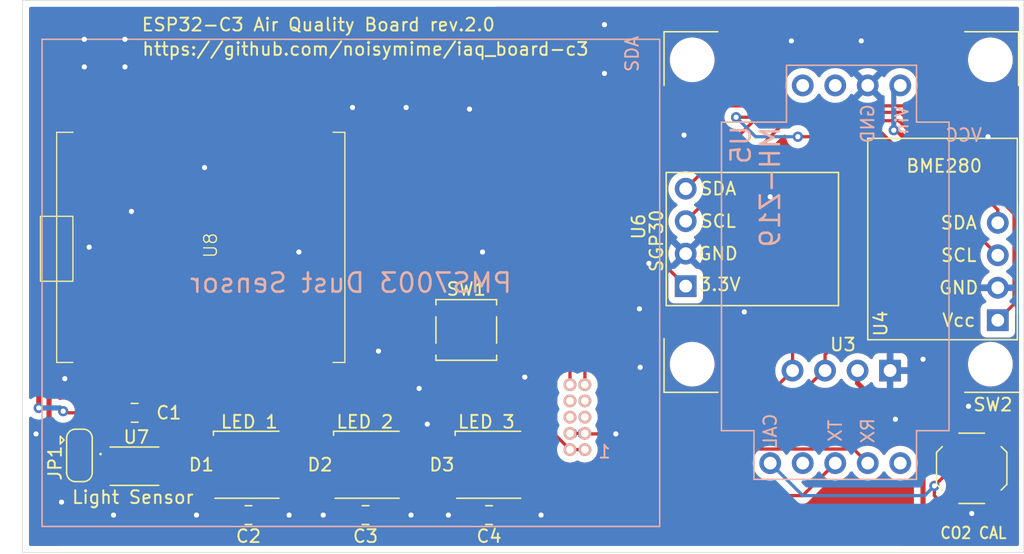
<source format=kicad_pcb>
(kicad_pcb (version 20221018) (generator pcbnew)
  (layers (0 "F.Cu" signal) (31 "B.Cu" signal) (34 "B.Paste" user) (35 "F.Paste" user) (36 "B.SilkS" user "B.Silkscreen") (37 "F.SilkS" user "F.Silkscreen") (38 "B.Mask" user) (39 "F.Mask" user) (44 "Edge.Cuts" user))
  (net 0 "")
  (net 1 "GND")
  (net 2 "Net-(D1-DO)")
  (net 3 "Net-(D2-DO)")
  (net 5 "Net-(JP1-C)")
  (net 6 "D6")
  (net 7 "+3V3")
  (net 8 "+5V")
  (net 9 "SDA")
  (net 10 "SCL")
  (net 11 "A0")
  (net 12 "PMS_RX")
  (net 13 "MH_TX")
  (net 14 "LED_D")
  (net 15 "MH_RX")
  (net 16 "Net-(U8-7)")
  (net 17 "PMS_SET")
  (net 19 "Net-(U5-CAL)")
  (footprint "Capacitor_SMD:C_0805_2012Metric" (layer "F.Cu") (at 107.569 106.172)
    (fp_text reference "C1" (at 2.667 0) (layer "F.SilkS"))
    (fp_text value "0.1uF" hide)
    (fp_line (start -0.261252 -0.735) (end 0.261252 -0.735) (stroke (width 0.12)) (layer "F.SilkS"))
    (fp_line (start -0.261252 0.735) (end 0.261252 0.735) (stroke (width 0.12)) (layer "F.SilkS"))
    (pad "1" smd roundrect (at -0.95 0) (size 1 1.45) (layers "F.Cu" "F.Paste" "F.Mask") (net 7 "+3V3"))
    (pad "2" smd roundrect (at 0.95 0) (size 1 1.45) (layers "F.Cu" "F.Paste" "F.Mask") (net 1 "GND"))
  )
  (footprint "Jumper:SolderJumper-3_P1.3mm_Open_RoundedPad1.0x1.5mm" (layer "F.Cu") (at 103.251 109.504 -90)
    (fp_text reference "JP1" (at 0.605 1.905 90) (layer "F.SilkS"))
    (fp_text value "TSL2560T ADDR SEL")
    (fp_line (start -2.05 0.3) (end -2.05 -0.3) (stroke (width 0.12)) (layer "F.SilkS"))
    (fp_line (start -1.5 1.5) (end -0.9 1.5) (stroke (width 0.12)) (layer "F.SilkS"))
    (fp_line (start -1.4 -1) (end 1.4 -1) (stroke (width 0.12)) (layer "F.SilkS"))
    (fp_line (start -1.2 1.2) (end -1.5 1.5) (stroke (width 0.12)) (layer "F.SilkS"))
    (fp_line (start -1.2 1.2) (end -0.9 1.5) (stroke (width 0.12)) (layer "F.SilkS"))
    (fp_line (start 1.4 1) (end -1.4 1) (stroke (width 0.12)) (layer "F.SilkS"))
    (fp_line (start 2.05 -0.3) (end 2.05 0.3) (stroke (width 0.12)) (layer "F.SilkS"))
    (fp_arc (start -2.05 -0.3) (mid -1.844975 -0.794975) (end -1.35 -1) (stroke (width 0.12)) (layer "F.SilkS"))
    (fp_arc (start -1.35 1) (mid -1.844975 0.794975) (end -2.05 0.3) (stroke (width 0.12)) (layer "F.SilkS"))
    (fp_arc (start 1.35 -1) (mid 1.844975 -0.794975) (end 2.05 -0.3) (stroke (width 0.12)) (layer "F.SilkS"))
    (fp_arc (start 2.05 0.3) (mid 1.844975 0.794975) (end 1.35 1) (stroke (width 0.12)) (layer "F.SilkS"))
    (pad "1" smd custom (at -1.3 0 270) (size 1 0.5) (layers "F.Cu" "F.Mask") (net 7 "+3V3") (options (clearance outline) (anchor rect)) (primitives (gr_circle (center 0 0.25) (end 0.5 0.25) (width 0) (fill yes)) (gr_circle (center 0 -0.25) (end 0.5 -0.25) (width 0) (fill yes)) (gr_poly (pts (xy 0.55 0.75) (xy 0 0.75) (xy 0 -0.75) (xy 0.55 -0.75)) (width 0) (fill yes))))
    (pad "2" smd rect (at 0 0 270) (size 1 1.5) (layers "F.Cu" "F.Mask") (net 5 "Net-(JP1-C)"))
    (pad "3" smd custom (at 1.3 0 270) (size 1 0.5) (layers "F.Cu" "F.Mask") (net 1 "GND") (options (clearance outline) (anchor rect)) (primitives (gr_circle (center 0 0.25) (end 0.5 0.25) (width 0) (fill yes)) (gr_circle (center 0 -0.25) (end 0.5 -0.25) (width 0) (fill yes)) (gr_poly (pts (xy 0 0.75) (xy -0.55 0.75) (xy -0.55 -0.75) (xy 0 -0.75)) (width 0) (fill yes))))
  )
  (footprint "Nikolay Library:TSL2561T" (layer "F.Cu") (at 105.9 109.4)
    (fp_text reference "U7" (at 1.796 -1.323) (layer "F.SilkS"))
    (fp_text value "TSL2561T")
    (fp_text user "Light Sensor" (at 1.524 3.376) (layer "F.SilkS"))
    (fp_line (start -0.25 -0.55) (end 3.55 -0.55) (stroke (width 0.12)) (layer "F.SilkS"))
    (fp_line (start 3.55 2.45) (end -0.25 2.45) (stroke (width 0.12)) (layer "F.SilkS"))
    (fp_circle (center -1 0) (end -0.943 0) (stroke (width 0.1)) (fill solid) (layer "F.SilkS"))
    (pad "1" smd rect (at 0 0) (size 1.3 0.7) (layers "F.Cu" "F.Paste" "F.Mask") (net 7 "+3V3"))
    (pad "2" smd rect (at 0 0.95) (size 1.3 0.7) (layers "F.Cu" "F.Paste" "F.Mask") (net 5 "Net-(JP1-C)"))
    (pad "3" smd rect (at 0 1.9) (size 1.3 0.7) (layers "F.Cu" "F.Paste" "F.Mask") (net 1 "GND"))
    (pad "4" smd rect (at 3.3 1.9) (size 1.3 0.7) (layers "F.Cu" "F.Paste" "F.Mask") (net 10 "SCL"))
    (pad "5" smd rect (at 3.3 0.95) (size 1.3 0.7) (layers "F.Cu" "F.Paste" "F.Mask"))
    (pad "6" smd rect (at 3.3 0) (size 1.3 0.7) (layers "F.Cu" "F.Paste" "F.Mask") (net 9 "SDA"))
  )
  (footprint "LED_SMD:LED_Inolux_IN-PI554FCH_PLCC4_5.0x5.0mm_P3.2mm" (layer "F.Cu") (at 116.34 110.236)
    (fp_text reference "D1" (at -3.564 0) (layer "F.SilkS"))
    (fp_text value "Neopixel 5050")
    (fp_line (start -2.62 -2.62) (end 2.5 -2.62) (stroke (width 0.12)) (layer "F.SilkS"))
    (fp_line (start -2.62 -2.3) (end -2.62 -2.62) (stroke (width 0.12)) (layer "F.SilkS"))
    (fp_line (start -2.5 2.62) (end 2.5 2.62) (stroke (width 0.12)) (layer "F.SilkS"))
    (pad "1" smd rect (at -2.45 -1.6) (size 1.5 1) (layers "F.Cu" "F.Paste" "F.Mask") (net 1 "GND"))
    (pad "2" smd rect (at -2.45 1.6) (size 1.5 1) (layers "F.Cu" "F.Paste" "F.Mask") (net 14 "LED_D"))
    (pad "3" smd rect (at 2.45 1.6) (size 1.5 1) (layers "F.Cu" "F.Paste" "F.Mask") (net 8 "+5V"))
    (pad "4" smd rect (at 2.45 -1.6) (size 1.5 1) (layers "F.Cu" "F.Paste" "F.Mask") (net 2 "Net-(D1-DO)"))
  )
  (footprint "LED_SMD:LED_Inolux_IN-PI554FCH_PLCC4_5.0x5.0mm_P3.2mm" (layer "F.Cu") (at 125.73 110.236)
    (fp_text reference "D2" (at -3.683 0) (layer "F.SilkS"))
    (fp_text value "Neopixel 5050")
    (fp_line (start -2.62 -2.62) (end 2.5 -2.62) (stroke (width 0.12)) (layer "F.SilkS"))
    (fp_line (start -2.62 -2.3) (end -2.62 -2.62) (stroke (width 0.12)) (layer "F.SilkS"))
    (fp_line (start -2.5 2.62) (end 2.5 2.62) (stroke (width 0.12)) (layer "F.SilkS"))
    (pad "1" smd rect (at -2.45 -1.6) (size 1.5 1) (layers "F.Cu" "F.Paste" "F.Mask") (net 1 "GND"))
    (pad "2" smd rect (at -2.45 1.6) (size 1.5 1) (layers "F.Cu" "F.Paste" "F.Mask") (net 2 "Net-(D1-DO)"))
    (pad "3" smd rect (at 2.45 1.6) (size 1.5 1) (layers "F.Cu" "F.Paste" "F.Mask") (net 8 "+5V"))
    (pad "4" smd rect (at 2.45 -1.6) (size 1.5 1) (layers "F.Cu" "F.Paste" "F.Mask") (net 3 "Net-(D2-DO)"))
  )
  (footprint "LED_SMD:LED_Inolux_IN-PI554FCH_PLCC4_5.0x5.0mm_P3.2mm" (layer "F.Cu") (at 135.228 110.236)
    (fp_text reference "D3" (at -3.656 0) (layer "F.SilkS"))
    (fp_text value "Neopixel 5050" hide)
    (fp_line (start -2.62 -2.62) (end 2.5 -2.62) (stroke (width 0.12)) (layer "F.SilkS"))
    (fp_line (start -2.62 -2.3) (end -2.62 -2.62) (stroke (width 0.12)) (layer "F.SilkS"))
    (fp_line (start -2.5 2.62) (end 2.5 2.62) (stroke (width 0.12)) (layer "F.SilkS"))
    (pad "1" smd rect (at -2.45 -1.6) (size 1.5 1) (layers "F.Cu" "F.Paste" "F.Mask") (net 1 "GND"))
    (pad "2" smd rect (at -2.45 1.6) (size 1.5 1) (layers "F.Cu" "F.Paste" "F.Mask") (net 3 "Net-(D2-DO)"))
    (pad "3" smd rect (at 2.45 1.6) (size 1.5 1) (layers "F.Cu" "F.Paste" "F.Mask") (net 8 "+5V"))
    (pad "4" smd rect (at 2.45 -1.6) (size 1.5 1) (layers "F.Cu" "F.Paste" "F.Mask"))
  )
  (footprint "Capacitor_SMD:C_0805_2012Metric" (layer "F.Cu") (at 116.459 114.173 180)
    (fp_text reference "C2" (at 0 -1.65) (layer "F.SilkS"))
    (fp_text value "0.1uF")
    (fp_line (start -0.261252 -0.735) (end 0.261252 -0.735) (stroke (width 0.12)) (layer "F.SilkS"))
    (fp_line (start -0.261252 0.735) (end 0.261252 0.735) (stroke (width 0.12)) (layer "F.SilkS"))
    (pad "1" smd roundrect (at -0.95 0 180) (size 1 1.45) (layers "F.Cu" "F.Paste" "F.Mask") (net 8 "+5V"))
    (pad "2" smd roundrect (at 0.95 0 180) (size 1 1.45) (layers "F.Cu" "F.Paste" "F.Mask") (net 1 "GND"))
  )
  (footprint "Capacitor_SMD:C_0805_2012Metric" (layer "F.Cu") (at 125.603 114.173 180)
    (fp_text reference "C3" (at 0 -1.65) (layer "F.SilkS"))
    (fp_text value "0.1uF")
    (fp_line (start -0.261252 -0.735) (end 0.261252 -0.735) (stroke (width 0.12)) (layer "F.SilkS"))
    (fp_line (start -0.261252 0.735) (end 0.261252 0.735) (stroke (width 0.12)) (layer "F.SilkS"))
    (pad "1" smd roundrect (at -0.95 0 180) (size 1 1.45) (layers "F.Cu" "F.Paste" "F.Mask") (net 8 "+5V"))
    (pad "2" smd roundrect (at 0.95 0 180) (size 1 1.45) (layers "F.Cu" "F.Paste" "F.Mask") (net 1 "GND"))
  )
  (footprint "Capacitor_SMD:C_0805_2012Metric" (layer "F.Cu") (at 135.255 114.173 180)
    (fp_text reference "C4" (at 0 -1.65) (layer "F.SilkS"))
    (fp_text value "0.1uF")
    (fp_line (start -0.261252 -0.735) (end 0.261252 -0.735) (stroke (width 0.12)) (layer "F.SilkS"))
    (fp_line (start -0.261252 0.735) (end 0.261252 0.735) (stroke (width 0.12)) (layer "F.SilkS"))
    (pad "1" smd roundrect (at -0.95 0 180) (size 1 1.45) (layers "F.Cu" "F.Paste" "F.Mask") (net 8 "+5V"))
    (pad "2" smd roundrect (at 0.95 0 180) (size 1 1.45) (layers "F.Cu" "F.Paste" "F.Mask") (net 1 "GND"))
  )
  (footprint "Button_Switch_SMD:SW_SPST_TL3305B" (layer "F.Cu") (at 133.477 99.695)
    (fp_text reference "SW1" (at 0 -3.2) (layer "F.SilkS"))
    (fp_text value "SEL")
    (fp_line (start -2.37 -2.37) (end -2.37 -1.97) (stroke (width 0.12)) (layer "F.SilkS"))
    (fp_line (start -2.37 -2.37) (end 2.37 -2.37) (stroke (width 0.12)) (layer "F.SilkS"))
    (fp_line (start -2.37 1.03) (end -2.37 -1.03) (stroke (width 0.12)) (layer "F.SilkS"))
    (fp_line (start -2.37 2.37) (end -2.37 1.97) (stroke (width 0.12)) (layer "F.SilkS"))
    (fp_line (start -2.37 2.37) (end 2.37 2.37) (stroke (width 0.12)) (layer "F.SilkS"))
    (fp_line (start 2.37 -2.37) (end 2.37 -1.97) (stroke (width 0.12)) (layer "F.SilkS"))
    (fp_line (start 2.37 1.03) (end 2.37 -1.03) (stroke (width 0.12)) (layer "F.SilkS"))
    (fp_line (start 2.37 2.37) (end 2.37 1.97) (stroke (width 0.12)) (layer "F.SilkS"))
    (pad "1" smd rect (at -3.6 -1.5) (size 1.6 1.4) (layers "F.Cu" "F.Paste" "F.Mask") (net 16 "Net-(U8-7)"))
    (pad "1" smd rect (at 3.6 -1.5) (size 1.6 1.4) (layers "F.Cu" "F.Paste" "F.Mask") (net 16 "Net-(U8-7)"))
    (pad "2" smd rect (at -3.6 1.5) (size 1.6 1.4) (layers "F.Cu" "F.Paste" "F.Mask") (net 1 "GND"))
    (pad "2" smd rect (at 3.6 1.5) (size 1.6 1.4) (layers "F.Cu" "F.Paste" "F.Mask") (net 1 "GND"))
  )
  (footprint "footprints:SSD1306_I2C_0.96in" (layer "F.Cu") (at 166.59 102.87 180)
    (fp_text reference "U3" (at 3.683 2.032) (layer "F.SilkS"))
    (fp_text value "SSD1306")
    (fp_line (start -10.04 26.5) (end -10.04 22.3) (stroke (width 0.12)) (layer "F.SilkS"))
    (fp_line (start -5.84 -1.7) (end -10.04 -1.7) (stroke (width 0.12)) (layer "F.SilkS"))
    (fp_line (start -5.84 26.5) (end -10.04 26.5) (stroke (width 0.12)) (layer "F.SilkS"))
    (fp_line (start 13.46 -1.7) (end 17.66 -1.7) (stroke (width 0.12)) (layer "F.SilkS"))
    (fp_line (start 17.66 -1.7) (end 17.66 2.5) (stroke (width 0.12)) (layer "F.SilkS"))
    (fp_line (start 17.66 22.3) (end 17.66 26.5) (stroke (width 0.12)) (layer "F.SilkS"))
    (fp_line (start 17.66 26.5) (end 13.46 26.5) (stroke (width 0.12)) (layer "F.SilkS"))
    (pad "" np_thru_hole circle (at -7.84 0.5 180) (size 3 3) (drill 3) (layers "F&B.Cu" "*.Mask"))
    (pad "" np_thru_hole circle (at -7.84 24.3 180) (size 3 3) (drill 3) (layers "F&B.Cu" "*.Mask"))
    (pad "" np_thru_hole circle (at 15.46 0.5 180) (size 3 3) (drill 3) (layers "F&B.Cu" "*.Mask"))
    (pad "" np_thru_hole circle (at 15.46 24.3 180) (size 3 3) (drill 3) (layers "F&B.Cu" "*.Mask"))
    (pad "1" thru_hole rect (at 0 0 180) (size 1.7 1.7) (drill 1) (layers "*.Cu" "*.Mask") (net 1 "GND"))
    (pad "2" thru_hole circle (at 2.54 0 180) (size 1.7 1.7) (drill 1) (layers "*.Cu" "*.Mask") (net 8 "+5V"))
    (pad "3" thru_hole circle (at 5.08 0 180) (size 1.7 1.7) (drill 1) (layers "*.Cu" "*.Mask") (net 10 "SCL"))
    (pad "4" thru_hole circle (at 7.62 0 180) (size 1.7 1.7) (drill 1) (layers "*.Cu" "*.Mask") (net 9 "SDA"))
  )
  (footprint "Nikolay Library:BME280_breakout_6pin" (layer "F.Cu") (at 176.022 90.297 180)
    (fp_text reference "U4" (at 10.16 -8.89 90) (layer "F.SilkS"))
    (fp_text value "BME280" hide)
    (fp_text user "GND" (at 4.064 -6.096) (layer "F.SilkS"))
    (fp_text user "BME280" (at 8.255 3.429) (layer "F.SilkS") (effects (justify left)))
    (fp_text user "Vcc" (at 4.064 -8.636) (layer "F.SilkS"))
    (fp_text user "SCL" (at 4.064 -3.556) (layer "F.SilkS"))
    (fp_text user "SDA" (at 4.064 -1.016) (layer "F.SilkS"))
    (fp_line (start -0.508 -10.16) (end 11.176 -10.16) (stroke (width 0.12)) (layer "F.SilkS"))
    (fp_line (start -0.508 5.588) (end -0.508 -10.16) (stroke (width 0.12)) (layer "F.SilkS"))
    (fp_line (start 11.176 -10.16) (end 11.176 5.588) (stroke (width 0.12)) (layer "F.SilkS"))
    (fp_line (start 11.176 5.588) (end -0.508 5.588) (stroke (width 0.12)) (layer "F.SilkS"))
    (pad "1" thru_hole rect (at 1.016 -8.636 180) (size 1.7 1.7) (drill 1) (layers "*.Cu" "*.Mask") (net 7 "+3V3"))
    (pad "2" thru_hole oval (at 1.016 -6.096 180) (size 1.7 1.7) (drill 1) (layers "*.Cu" "*.Mask") (net 1 "GND"))
    (pad "3" thru_hole oval (at 1.016 -3.556 180) (size 1.7 1.7) (drill 1) (layers "*.Cu" "*.Mask") (net 10 "SCL"))
    (pad "4" thru_hole oval (at 1.016 -1.016 180) (size 1.7 1.7) (drill 1) (layers "*.Cu" "*.Mask") (net 9 "SDA"))
  )
  (footprint "Nikolay Library:SGP30_breakout_4pin" (layer "F.Cu") (at 150.622 96.266 180)
    (fp_text reference "U6" (at 3.683 3.556 90) (layer "F.SilkS") (effects (justify left)))
    (fp_text value "SGP30")
    (fp_text user "SCL" (at -2.54 5.08) (layer "F.SilkS"))
    (fp_text user "3.3V" (at -2.667 0.127) (layer "F.SilkS"))
    (fp_text user "SDA" (at -2.54 7.62) (layer "F.SilkS"))
    (fp_text user "SGP30" (at 2.286 1.016 90) (layer "F.SilkS") (effects (justify left)))
    (fp_text user "GND" (at -2.54 2.54) (layer "F.SilkS"))
    (fp_line (start -11.938 8.89) (end -11.938 -1.524) (stroke (width 0.12)) (layer "F.SilkS"))
    (fp_line (start 1.524 -1.524) (end -11.938 -1.524) (stroke (width 0.12)) (layer "F.SilkS"))
    (fp_line (start 1.524 -1.524) (end 1.524 8.89) (stroke (width 0.12)) (layer "F.SilkS"))
    (fp_line (start 1.524 8.89) (end -11.938 8.89) (stroke (width 0.12)) (layer "F.SilkS"))
    (pad "1" thru_hole rect (at 0 0 180) (size 1.7 1.7) (drill 1) (layers "*.Cu" "*.Mask") (net 7 "+3V3"))
    (pad "2" thru_hole circle (at 0 2.54 180) (size 1.7 1.7) (drill 1) (layers "*.Cu" "*.Mask") (net 1 "GND"))
    (pad "3" thru_hole circle (at 0 5.08 180) (size 1.7 1.7) (drill 1) (layers "*.Cu" "*.Mask") (net 10 "SCL"))
    (pad "4" thru_hole circle (at 0 7.62 180) (size 1.7 1.7) (drill 1) (layers "*.Cu" "*.Mask") (net 9 "SDA"))
  )
  (footprint "Button_Switch_SMD:SW_SPST_TL3342" (layer "F.Cu") (at 172.969 110.515 -90)
    (fp_text reference "SW2" (at -4.978 -1.656) (layer "F.SilkS"))
    (fp_text value "CO2 CAL")
    (fp_line (start -2.75 -1) (end -2.75 1) (stroke (width 0.12)) (layer "F.SilkS"))
    (fp_line (start -1.7 -2.3) (end -1.25 -2.75) (stroke (width 0.12)) (layer "F.SilkS"))
    (fp_line (start -1.7 2.3) (end -1.25 2.75) (stroke (width 0.12)) (layer "F.SilkS"))
    (fp_line (start -1.25 -2.75) (end 1.25 -2.75) (stroke (width 0.12)) (layer "F.SilkS"))
    (fp_line (start -1.25 2.75) (end 1.25 2.75) (stroke (width 0.12)) (layer "F.SilkS"))
    (fp_line (start 1.7 -2.3) (end 1.25 -2.75) (stroke (width 0.12)) (layer "F.SilkS"))
    (fp_line (start 1.7 2.3) (end 1.25 2.75) (stroke (width 0.12)) (layer "F.SilkS"))
    (fp_line (start 2.75 -1) (end 2.75 1) (stroke (width 0.12)) (layer "F.SilkS"))
    (pad "1" smd rect (at -3.15 -1.9 270) (size 1.7 1) (layers "F.Cu" "F.Paste" "F.Mask") (net 1 "GND"))
    (pad "1" smd rect (at 3.15 -1.9 270) (size 1.7 1) (layers "F.Cu" "F.Paste" "F.Mask") (net 1 "GND"))
    (pad "2" smd rect (at -3.15 1.9 270) (size 1.7 1) (layers "F.Cu" "F.Paste" "F.Mask") (net 19 "Net-(U5-CAL)"))
    (pad "2" smd rect (at 3.15 1.9 270) (size 1.7 1) (layers "F.Cu" "F.Paste" "F.Mask") (net 19 "Net-(U5-CAL)"))
  )
  (footprint "footprints:ESP32-C3 SUPERMINI" (layer "F.Cu") (at 101.473 102.235 90)
    (fp_text reference "U8" (at 9.154 12.022 90 unlocked) (layer "F.SilkS") (effects (font (thickness 0.1))))
    (fp_text value "~")
    (fp_line (start 0 0) (end 0 1.27) (stroke (width 0.1)) (layer "F.SilkS"))
    (fp_line (start 0 0) (end 18 0) (stroke (width 0.1)) (layer "F.SilkS"))
    (fp_line (start 0 21.59) (end 0 22.52) (stroke (width 0.1)) (layer "F.SilkS"))
    (fp_line (start 0 22.52) (end 18 22.52) (stroke (width 0.1)) (layer "F.SilkS"))
    (fp_line (start 18 0) (end 18 1.27) (stroke (width 0.1)) (layer "F.SilkS"))
    (fp_line (start 18 21.59) (end 18 22.52) (stroke (width 0.1)) (layer "F.SilkS"))
    (fp_rect (start 6.35 1.27) (end 11.43 -1.27) (stroke (width 0.1)) (fill none) (layer "F.SilkS"))
    (pad "1" smd rect (at 18.412114 2.544688 90) (size 3.815772 1.524) (layers "F.Cu" "F.Mask") (net 8 "+5V"))
    (pad "2" smd rect (at -0.5 2.54 90) (size 3.815772 1.524) (layers "F.Cu" "F.Mask"))
    (pad "3" smd rect (at 18.412114 5.08 90) (size 3.815772 1.524) (layers "F.Cu" "F.Mask") (net 1 "GND"))
    (pad "4" smd rect (at -0.5 5.08 90) (size 3.815772 1.524) (layers "F.Cu" "F.Mask") (net 6 "D6"))
    (pad "5" smd rect (at 18.412114 7.62 90) (size 3.815772 1.524) (layers "F.Cu" "F.Mask") (net 7 "+3V3"))
    (pad "6" smd rect (at -0.5 7.62 90) (size 3.815772 1.524) (layers "F.Cu" "F.Mask") (net 16 "Net-(U8-7)"))
    (pad "7" smd rect (at 18.412114 10.16 90) (size 3.815772 1.524) (layers "F.Cu" "F.Mask"))
    (pad "8" smd rect (at -0.5 10.16 90) (size 3.815772 1.524) (layers "F.Cu" "F.Mask") (net 9 "SDA"))
    (pad "9" smd rect (at 18.412114 12.7 90) (size 3.815772 1.524) (layers "F.Cu" "F.Mask"))
    (pad "10" smd rect (at -0.5 12.7 90) (size 3.815772 1.524) (layers "F.Cu" "F.Mask") (net 10 "SCL"))
    (pad "11" smd rect (at 18.412114 15.24 90) (size 3.815772 1.524) (layers "F.Cu" "F.Mask") (net 17 "PMS_SET"))
    (pad "12" smd rect (at -0.5 15.24 90) (size 3.815772 1.524) (layers "F.Cu" "F.Mask") (net 14 "LED_D"))
    (pad "13" smd rect (at 18.412114 17.78 90) (size 3.815772 1.524) (layers "F.Cu" "F.Mask") (net 12 "PMS_RX"))
    (pad "14" smd rect (at -0.5 17.78 90) (size 3.815772 1.524) (layers "F.Cu" "F.Mask") (net 15 "MH_RX"))
    (pad "15" smd rect (at 18.412114 20.32 90) (size 3.815772 1.524) (layers "F.Cu" "F.Mask") (net 11 "A0"))
    (pad "16" smd rect (at -0.5 20.32 90) (size 3.815772 1.524) (layers "F.Cu" "F.Mask") (net 13 "MH_TX"))
  )
  (footprint "Nikolay Library:MH-Z19" (layer "B.Cu") (at 167.386 110.109 90)
    (fp_text reference "U5" (at 24.892 -12.446 90) (layer "B.SilkS") (effects (font (size 1.5 1.5) (thickness 0.2)) (justify mirror)))
    (fp_text value "MH-Z19")
    (fp_text user "Vin" (at 26.797 0.127 90) (layer "B.SilkS") (effects (justify mirror)))
    (fp_text user "RX" (at 2.54 -2.54 90) (layer "B.SilkS") (effects (justify mirror)))
    (fp_text user "MH-Z19" (at 21.59 -10.16 90) (layer "B.SilkS") (effects (font (size 1.5 1.5) (thickness 0.2)) (justify mirror)))
    (fp_text user "GND" (at 26.543 -2.54 90) (layer "B.SilkS") (effects (justify mirror)))
    (fp_text user "TX" (at 2.54 -5.08 90) (layer "B.SilkS") (effects (justify mirror)))
    (fp_text user "CAL" (at 2.54 -10.16 90) (layer "B.SilkS") (effects (justify mirror)))
    (fp_line (start -1.27 -11.43) (end 1.27 -11.43) (stroke (width 0.12)) (layer "B.SilkS"))
    (fp_line (start -1.27 1.27) (end -1.27 -11.43) (stroke (width 0.12)) (layer "B.SilkS"))
    (fp_line (start 1.27 -11.43) (end 2.54 -11.43) (stroke (width 0.12)) (layer "B.SilkS"))
    (fp_line (start 1.27 1.27) (end -1.27 1.27) (stroke (width 0.12)) (layer "B.SilkS"))
    (fp_line (start 2.54 -13.97) (end 26.67 -13.97) (stroke (width 0.12)) (layer "B.SilkS"))
    (fp_line (start 2.54 -11.43) (end 2.54 -13.97) (stroke (width 0.12)) (layer "B.SilkS"))
    (fp_line (start 2.54 1.27) (end 1.27 1.27) (stroke (width 0.12)) (layer "B.SilkS"))
    (fp_line (start 2.54 3.81) (end 2.54 1.27) (stroke (width 0.12)) (layer "B.SilkS"))
    (fp_line (start 26.67 -13.97) (end 26.67 -8.89) (stroke (width 0.12)) (layer "B.SilkS"))
    (fp_line (start 26.67 -8.89) (end 27.94 -8.89) (stroke (width 0.12)) (layer "B.SilkS"))
    (fp_line (start 26.67 1.27) (end 26.67 3.81) (stroke (width 0.12)) (layer "B.SilkS"))
    (fp_line (start 26.67 3.81) (end 2.54 3.81) (stroke (width 0.12)) (layer "B.SilkS"))
    (fp_line (start 27.94 1.27) (end 26.67 1.27) (stroke (width 0.12)) (layer "B.SilkS"))
    (fp_line (start 27.94 1.27) (end 31.115 1.27) (stroke (width 0.12)) (layer "B.SilkS"))
    (fp_line (start 31.115 -8.89) (end 27.94 -8.89) (stroke (width 0.12)) (layer "B.SilkS"))
    (fp_line (start 31.115 1.27) (end 31.115 -8.89) (stroke (width 0.12)) (layer "B.SilkS"))
    (pad "1" thru_hole circle (at 0 0 90) (size 1.7 1.7) (drill 1) (layers "*.Cu" "*.Mask"))
    (pad "2" thru_hole circle (at 0 -2.54 90) (size 1.7 1.7) (drill 1) (layers "*.Cu" "*.Mask") (net 13 "MH_TX"))
    (pad "3" thru_hole circle (at 0 -5.08 90) (size 1.7 1.7) (drill 1) (layers "*.Cu" "*.Mask") (net 15 "MH_RX"))
    (pad "4" thru_hole circle (at 0 -7.62 90) (size 1.7 1.7) (drill 1) (layers "*.Cu" "*.Mask"))
    (pad "5" thru_hole circle (at 0 -10.16 90) (size 1.7 1.7) (drill 1) (layers "*.Cu" "*.Mask") (net 19 "Net-(U5-CAL)"))
    (pad "6" thru_hole circle (at 29.54 0 90) (size 1.7 1.7) (drill 1) (layers "*.Cu" "*.Mask") (net 8 "+5V"))
    (pad "7" thru_hole circle (at 29.54 -2.54 90) (size 1.7 1.7) (drill 1) (layers "*.Cu" "*.Mask") (net 1 "GND"))
    (pad "8" thru_hole circle (at 29.54 -5.08 90) (size 1.7 1.7) (drill 1) (layers "*.Cu" "*.Mask"))
    (pad "9" thru_hole circle (at 29.54 -7.62 90) (size 1.7 1.7) (drill 1) (layers "*.Cu" "*.Mask"))
  )
  (footprint "Nikolay Library:PMS7003" (layer "B.Cu") (at 124.46 96.012)
    (fp_text reference "U2")
    (fp_text value "PMS7003")
    (fp_text user "PMS7003 Dust Sensor" (at 0 0) (layer "B.SilkS") (effects (font (size 1.5 1.5) (thickness 0.2)) (justify mirror)))
    (fp_text user "1" (at 19.812 13.208) (layer "B.SilkS") (effects (justify mirror)))
    (fp_line (start -24.13 -19.05) (end -24.13 19.05) (stroke (width 0.12)) (layer "B.SilkS"))
    (fp_line (start -24.13 19.05) (end 24.13 19.05) (stroke (width 0.12)) (layer "B.SilkS"))
    (fp_line (start 24.13 -19.05) (end -24.13 -19.05) (stroke (width 0.12)) (layer "B.SilkS"))
    (fp_line (start 24.13 19.05) (end 24.13 -19.05) (stroke (width 0.12)) (layer "B.SilkS"))
    (pad "1" thru_hole circle (at 18.28 13.04) (size 1 1) (drill 0.6) (layers "*.Cu" "*.Mask" "B.SilkS") (net 8 "+5V"))
    (pad "2" thru_hole circle (at 17.12 13.04) (size 1 1) (drill 0.6) (layers "*.Cu" "*.Mask" "B.SilkS") (net 8 "+5V"))
    (pad "3" thru_hole circle (at 18.28 11.77) (size 1 1) (drill 0.6) (layers "*.Cu" "*.Mask" "B.SilkS") (net 1 "GND"))
    (pad "4" thru_hole circle (at 17.12 11.77) (size 1 1) (drill 0.6) (layers "*.Cu" "*.Mask" "B.SilkS") (net 1 "GND"))
    (pad "5" thru_hole circle (at 18.28 10.5) (size 1 1) (drill 0.6) (layers "*.Cu" "*.Mask" "B.SilkS"))
    (pad "6" thru_hole circle (at 17.12 10.5) (size 1 1) (drill 0.6) (layers "*.Cu" "*.Mask" "B.SilkS"))
    (pad "7" thru_hole circle (at 18.28 9.23) (size 1 1) (drill 0.6) (layers "*.Cu" "*.Mask" "B.SilkS"))
    (pad "8" thru_hole circle (at 17.12 9.23) (size 1 1) (drill 0.6) (layers "*.Cu" "*.Mask" "B.SilkS"))
    (pad "9" thru_hole circle (at 18.28 7.96) (size 1 1) (drill 0.6) (layers "*.Cu" "*.Mask" "B.SilkS") (net 12 "PMS_RX"))
    (pad "10" thru_hole circle (at 17.12 7.96) (size 1 1) (drill 0.6) (layers "*.Cu" "*.Mask" "B.SilkS") (net 17 "PMS_SET"))
  )
  (gr_line (start 177.038 117.094) (end 177.038 73.914) (stroke (width 0.05)) (layer "Edge.Cuts"))
  (gr_line (start 98.806 117.094) (end 98.806 73.914) (stroke (width 0.05)) (layer "Edge.Cuts"))
  (gr_line (start 177.038 117.094) (end 98.806 117.094) (stroke (width 0.05)) (layer "Edge.Cuts"))
  (gr_line (start 98.806 73.914) (end 177.038 73.914) (stroke (width 0.05)) (layer "Edge.Cuts"))
  (gr_text "SDA" (at 146.431 78.105 90) (layer "B.SilkS") (effects (font (size 1 1))))
  (gr_text "VCC" (at 172.339 84.455) (layer "B.SilkS") (effects (font (size 1 1)) (justify mirror)))
  (gr_text "LED 3" (at 135.047922 106.882) (layer "F.SilkS") (effects (font (size 1 1))))
  (gr_text "ESP32-C3 Air Quality Board rev.2.0" (at 121.92 75.819) (layer "F.SilkS") (effects (font (size 1 1))))
  (gr_text "CO2 CAL" (at 173.101 115.57) (layer "F.SilkS") (effects (font (size 0.9 0.8))))
  (gr_text "LED 2" (at 125.5545 106.882) (layer "F.SilkS") (effects (font (size 1 1))))
  (gr_text "https://github.com/noisymime/iaq_board-c3" (at 125.603 77.724) (layer "F.SilkS") (effects (font (size 1 1))))
  (gr_text "LED 1" (at 116.520078 106.882) (layer "F.SilkS") (effects (font (size 1 1))))
  (segment (start 142.74 107.782) (end 141.58 107.782) (width 0.254) (layer "F.Cu") (net 1))
  (segment (start 142.781 107.823) (end 142.74 107.782) (width 0.254) (layer "F.Cu") (net 1))
  (segment (start 105.918 111.318) (end 105.9 111.3) (width 0.254) (layer "F.Cu") (net 1))
  (segment (start 145.161 107.823) (end 142.781 107.823) (width 0.254) (layer "F.Cu") (net 1))
  (via (at 113.03 86.995) (size 0.8) (drill 0.4) (layers "F.Cu" "B.Cu") (net 1))
  (via (at 147.005574 98.044) (size 0.8) (drill 0.4) (layers "F.Cu" "B.Cu") (net 1))
  (via (at 112.395 114.173) (size 0.8) (drill 0.4) (layers "F.Cu" "B.Cu") (net 1))
  (via (at 144.272 75.819) (size 0.8) (drill 0.4) (layers "F.Cu" "B.Cu") (net 1))
  (via (at 129.159 114.173) (size 0.8) (drill 0.4) (layers "F.Cu" "B.Cu") (net 1))
  (via (at 124.587 82.296) (size 0.8) (drill 0.4) (layers "F.Cu" "B.Cu") (net 1))
  (via (at 106.807 76.962) (size 0.8) (drill 0.4) (layers "F.Cu" "B.Cu") (net 1))
  (via (at 174.244 84.582) (size 0.8) (drill 0.4) (layers "F.Cu" "B.Cu") (net 1))
  (via (at 106.807 79.121) (size 0.8) (drill 0.4) (layers "F.Cu" "B.Cu") (net 1))
  (via (at 101.854 113.157) (size 0.8) (drill 0.4) (layers "F.Cu" "B.Cu") (net 1))
  (via (at 150.495 84.455) (size 0.8) (drill 0.4) (layers "F.Cu" "B.Cu") (net 1))
  (via (at 126.619 101.346) (size 0.8) (drill 0.4) (layers "F.Cu" "B.Cu") (net 1))
  (via (at 164.338 77.089) (size 0.8) (drill 0.4) (layers "F.Cu" "B.Cu") (net 1))
  (via (at 155.200588 98.28406) (size 0.8) (drill 0.4) (layers "F.Cu" "B.Cu") (net 1))
  (via (at 105.918 114.173) (size 0.8) (drill 0.4) (layers "F.Cu" "B.Cu") (net 1))
  (via (at 172.72 105.664) (size 0.8) (drill 0.4) (layers "F.Cu" "B.Cu") (net 1))
  (via (at 129.794 104.267) (size 0.8) (drill 0.4) (layers "F.Cu" "B.Cu") (net 1))
  (via (at 134.747 93.599) (size 0.8) (drill 0.4) (layers "F.Cu" "B.Cu") (net 1))
  (via (at 120.396 93.599) (size 0.8) (drill 0.4) (layers "F.Cu" "B.Cu") (net 1))
  (via (at 167.005 106.68) (size 0.8) (drill 0.4) (layers "F.Cu" "B.Cu") (net 1))
  (via (at 157.226 89.281) (size 0.8) (drill 0.4) (layers "F.Cu" "B.Cu") (net 1))
  (via (at 133.731 82.423) (size 0.8) (drill 0.4) (layers "F.Cu" "B.Cu") (net 1))
  (via (at 122.301 114.173) (size 0.8) (drill 0.4) (layers "F.Cu" "B.Cu") (net 1))
  (via (at 158.877 77.089) (size 0.8) (drill 0.4) (layers "F.Cu" "B.Cu") (net 1))
  (via (at 138.049 103.378) (size 0.8) (drill 0.4) (layers "F.Cu" "B.Cu") (net 1))
  (via (at 169.164 101.981) (size 0.8) (drill 0.4) (layers "F.Cu" "B.Cu") (net 1))
  (via (at 104.013 93.218) (size 0.8) (drill 0.4) (layers "F.Cu" "B.Cu") (net 1))
  (via (at 144.272 79.629) (size 0.8) (drill 0.4) (layers "F.Cu" "B.Cu") (net 1))
  (via (at 103.632 76.962) (size 0.8) (drill 0.4) (layers "F.Cu" "B.Cu") (net 1))
  (via (at 102.108 103.505) (size 0.8) (drill 0.4) (layers "F.Cu" "B.Cu") (net 1))
  (via (at 107.315 90.424) (size 0.8) (drill 0.4) (layers "F.Cu" "B.Cu") (net 1))
  (via (at 99.861 107.823) (size 0.8) (drill 0.4) (layers "F.Cu" "B.Cu") (net 1))
  (via (at 147.066 102.616) (size 0.8) (drill 0.4) (layers "F.Cu" "B.Cu") (net 1))
  (via (at 132.08 114.173) (size 0.8) (drill 0.4) (layers "F.Cu" "B.Cu") (net 1))
  (via (at 147.744827 94.487671) (size 0.8) (drill 0.4) (layers "F.Cu" "B.Cu") (net 1))
  (via (at 172.974 114.046) (size 0.8) (drill 0.4) (layers "F.Cu" "B.Cu") (net 1))
  (via (at 119.634 114.173) (size 0.8) (drill 0.4) (layers "F.Cu" "B.Cu") (net 1))
  (via (at 103.632 79.121) (size 0.8) (drill 0.4) (layers "F.Cu" "B.Cu") (net 1))
  (via (at 145.161 107.823) (size 0.8) (drill 0.4) (layers "F.Cu" "B.Cu") (net 1))
  (via (at 139.319 114.173) (size 0.8) (drill 0.4) (layers "F.Cu" "B.Cu") (net 1))
  (via (at 130.429 107.061) (size 0.8) (drill 0.4) (layers "F.Cu" "B.Cu") (net 1))
  (via (at 128.778 82.296) (size 0.8) (drill 0.4) (layers "F.Cu" "B.Cu") (net 1))
  (segment (start 118.79 108.636) (end 120.834 108.636) (width 0.254) (layer "F.Cu") (net 2))
  (segment (start 123.28 111.082) (end 123.28 111.836) (width 0.254) (layer "F.Cu") (net 2))
  (segment (start 120.834 108.636) (end 123.28 111.082) (width 0.254) (layer "F.Cu") (net 2))
  (segment (start 132.778 111.082) (end 132.778 111.836) (width 0.254) (layer "F.Cu") (net 3))
  (segment (start 128.18 108.636) (end 130.332 108.636) (width 0.254) (layer "F.Cu") (net 3))
  (segment (start 130.332 108.636) (end 132.778 111.082) (width 0.254) (layer "F.Cu") (net 3))
  (segment (start 104.17 109.504) (end 105.016 110.35) (width 0.254) (layer "F.Cu") (net 5))
  (segment (start 103.251 109.504) (end 104.17 109.504) (width 0.254) (layer "F.Cu") (net 5))
  (segment (start 105.016 110.35) (end 105.9 110.35) (width 0.254) (layer "F.Cu") (net 5))
  (segment (start 176.276 90.6145) (end 176.276 97.663) (width 0.254) (layer "F.Cu") (net 7))
  (segment (start 106.619 106.172) (end 105.283 106.172) (width 0.254) (layer "F.Cu") (net 7))
  (segment (start 105.9 106.789) (end 105.283 106.172) (width 0.254) (layer "F.Cu") (net 7))
  (segment (start 147.193 82.169) (end 142.367 82.169) (width 0.254) (layer "F.Cu") (net 7))
  (segment (start 105.773 108.204) (end 103.251 108.204) (width 0.254) (layer "F.Cu") (net 7))
  (segment (start 105.9 109.4) (end 105.9 108.077) (width 0.254) (layer "F.Cu") (net 7))
  (segment (start 100.711 75.184) (end 108.712 75.184) (width 0.4) (layer "F.Cu") (net 7))
  (segment (start 100.076 105.791) (end 100.076 75.819) (width 0.4) (layer "F.Cu") (net 7))
  (segment (start 135.382 75.184) (end 108.712 75.184) (width 0.254) (layer "F.Cu") (net 7))
  (segment (start 102.108 106.172) (end 101.981 106.045) (width 0.254) (layer "F.Cu") (net 7))
  (segment (start 105.9 108.077) (end 105.773 108.204) (width 0.254) (layer "F.Cu") (net 7))
  (segment (start 147.193 92.837) (end 150.622 96.266) (width 0.254) (layer "F.Cu") (net 7))
  (segment (start 105.283 106.172) (end 102.108 106.172) (width 0.254) (layer "F.Cu") (net 7))
  (segment (start 147.193 82.169) (end 167.8305 82.169) (width 0.254) (layer "F.Cu") (net 7))
  (segment (start 142.367 82.169) (end 135.382 75.184) (width 0.254) (layer "F.Cu") (net 7))
  (segment (start 109.093 75.565) (end 109.093 83.822886) (width 0.4) (layer "F.Cu") (net 7))
  (segment (start 100.076 75.819) (end 100.711 75.184) (width 0.4) (layer "F.Cu") (net 7))
  (segment (start 147.193 82.169) (end 147.193 92.837) (width 0.254) (layer "F.Cu") (net 7))
  (segment (start 105.9 108.077) (end 105.9 106.789) (width 0.254) (layer "F.Cu") (net 7))
  (segment (start 167.8305 82.169) (end 176.276 90.6145) (width 0.254) (layer "F.Cu") (net 7))
  (segment (start 176.276 97.663) (end 175.006 98.933) (width 0.254) (layer "F.Cu") (net 7))
  (segment (start 108.712 75.184) (end 109.093 75.565) (width 0.4) (layer "F.Cu") (net 7))
  (via (at 100.076 105.791) (size 0.8) (drill 0.4) (layers "F.Cu" "B.Cu") (net 7))
  (via (at 101.981 106.045) (size 0.8) (drill 0.4) (layers "F.Cu" "B.Cu") (net 7))
  (segment (start 101.727 105.791) (end 101.981 106.045) (width 0.4) (layer "B.Cu") (net 7))
  (segment (start 100.076 105.791) (end 101.727 105.791) (width 0.4) (layer "B.Cu") (net 7))
  (segment (start 100.877 85.813) (end 100.877 114.593) (width 0.4) (layer "F.Cu") (net 8))
  (segment (start 169.164 113.665) (end 169.164 104.775) (width 0.4) (layer "F.Cu") (net 8))
  (segment (start 164.05 103.852) (end 164.719 104.521) (width 0.4) (layer "F.Cu") (net 8))
  (segment (start 104.017688 83.822886) (end 102.867114 83.822886) (width 0.4) (layer "F.Cu") (net 8))
  (segment (start 172.466 100.965) (end 172.466 89.408) (width 0.4) (layer "F.Cu") (net 8))
  (segment (start 117.348 115.824) (end 126.619 115.824) (width 0.4) (layer "F.Cu") (net 8))
  (segment (start 117.3965 114.173) (end 117.3965 115.7755) (width 0.254) (layer "F.Cu") (net 8))
  (segment (start 102.108 115.824) (end 117.348 115.824) (width 0.4) (layer "F.Cu") (net 8))
  (segment (start 142.74 109.052) (end 141.58 109.052) (width 0.254) (layer "F.Cu") (net 8))
  (segment (start 168.91 104.521) (end 172.466 100.965) (width 0.4) (layer "F.Cu") (net 8))
  (segment (start 136.144 115.824) (end 136.1925 115.7755) (width 0.4) (layer "F.Cu") (net 8))
  (segment (start 136.1925 114.173) (end 136.1925 113.3215) (width 0.254) (layer "F.Cu") (net 8))
  (segment (start 117.3965 115.7755) (end 117.348 115.824) (width 0.254) (layer "F.Cu") (net 8))
  (segment (start 117.3965 114.173) (end 117.3965 113.2295) (width 0.254) (layer "F.Cu") (net 8))
  (segment (start 104.017688 86.618688) (end 104.017688 83.822886) (width 0.254) (layer "F.Cu") (net 8))
  (segment (start 102.867114 83.822886) (end 100.877 85.813) (width 0.4) (layer "F.Cu") (net 8))
  (segment (start 135.509 115.824) (end 136.144 115.824) (width 0.4) (layer "F.Cu") (net 8))
  (segment (start 117.3965 113.2295) (end 118.79 111.836) (width 0.254) (layer "F.Cu") (net 8))
  (segment (start 135.509 115.824) (end 167.005 115.824) (width 0.4) (layer "F.Cu") (net 8))
  (segment (start 164.719 104.521) (end 168.91 104.521) (width 0.4) (layer "F.Cu") (net 8))
  (segment (start 140.462 89.916) (end 139.065 88.519) (width 0.254) (layer "F.Cu") (net 8))
  (segment (start 140.462 107.934) (end 140.462 89.916) (width 0.254) (layer "F.Cu") (net 8))
  (segment (start 126.619 115.824) (end 135.509 115.824) (width 0.4) (layer "F.Cu") (net 8))
  (segment (start 105.918 88.519) (end 104.017688 86.618688) (width 0.254) (layer "F.Cu") (net 8))
  (segment (start 126.5405 115.7455) (end 126.619 115.824) (width 0.254) (layer "F.Cu") (net 8))
  (segment (start 128.18 112.5335) (end 128.18 111.836) (width 0.254) (layer "F.Cu") (net 8))
  (segment (start 169.164 104.775) (end 168.91 104.521) (width 0.4) (layer "F.Cu") (net 8))
  (segment (start 141.58 109.052) (end 140.462 107.934) (width 0.254) (layer "F.Cu") (net 8))
  (segment (start 126.5405 114.173) (end 126.5405 115.7455) (width 0.254) (layer "F.Cu") (net 8))
  (segment (start 167.132 84.074) (end 166.878 84.074) (width 0.4) (layer "F.Cu") (net 8))
  (segment (start 136.1925 113.3215) (end 137.678 111.836) (width 0.254) (layer "F.Cu") (net 8))
  (segment (start 139.065 88.519) (end 105.918 88.519) (width 0.254) (layer "F.Cu") (net 8))
  (segment (start 100.877 114.593) (end 102.108 115.824) (width 0.4) (layer "F.Cu") (net 8))
  (segment (start 167.005 115.824) (end 169.164 113.665) (width 0.4) (layer "F.Cu") (net 8))
  (segment (start 172.466 89.408) (end 167.132 84.074) (width 0.4) (layer "F.Cu") (net 8))
  (segment (start 126.5405 114.173) (end 128.18 112.5335) (width 0.254) (layer "F.Cu") (net 8))
  (segment (start 136.1925 115.7755) (end 136.1925 114.173) (width 0.4) (layer "F.Cu") (net 8))
  (segment (start 164.05 102.87) (end 164.05 103.852) (width 0.4) (layer "F.Cu") (net 8))
  (via (at 166.878 84.074) (size 0.8) (drill 0.4) (layers "F.Cu" "B.Cu") (net 8))
  (segment (start 166.878 84.074) (end 166.878 81.077) (width 0.4) (layer "B.Cu") (net 8))
  (segment (start 166.878 81.077) (end 167.386 80.569) (width 0.4) (layer "B.Cu") (net 8))
  (segment (start 138.206816 99.441) (end 113.781114 99.441) (width 0.254) (layer "F.Cu") (net 9))
  (segment (start 156.591 82.677) (end 167.386 82.677) (width 0.254) (layer "F.Cu") (net 9))
  (segment (start 111.633 101.589114) (end 111.633 102.735) (width 0.254) (layer "F.Cu") (net 9))
  (segment (start 156.21 83.058) (end 156.591 82.677) (width 0.254) (layer "F.Cu") (net 9))
  (segment (start 170.18 99.06) (end 170.18 89.916) (width 0.254) (layer "F.Cu") (net 9))
  (segment (start 150.622 88.646) (end 156.21 83.058) (width 0.254) (layer "F.Cu") (net 9))
  (segment (start 158.97 102.87) (end 150.461 111.379) (width 0.254) (layer "F.Cu") (net 9))
  (segment (start 140.081 110.397552) (end 140.081 101.315184) (width 0.254) (layer "F.Cu") (net 9))
  (segment (start 113.781114 99.441) (end 111.633 101.589114) (width 0.254) (layer "F.Cu") (net 9))
  (segment (start 164.846 84.582) (end 159.385 84.582) (width 0.254) (layer "F.Cu") (net 9))
  (segment (start 154.559 83.058) (end 156.21 83.058) (width 0.254) (layer "F.Cu") (net 9))
  (segment (start 109.2 109.4) (end 111.633 106.967) (width 0.254) (layer "F.Cu") (net 9))
  (segment (start 150.461 111.379) (end 141.062448 111.379) (width 0.254) (layer "F.Cu") (net 9))
  (segment (start 158.97 99.153) (end 170.273 99.153) (width 0.254) (layer "F.Cu") (net 9))
  (segment (start 167.386 82.677) (end 175.006 90.297) (width 0.254) (layer "F.Cu") (net 9))
  (segment (start 158.97 102.87) (end 158.97 99.153) (width 0.254) (layer "F.Cu") (net 9))
  (segment (start 170.561 99.441) (end 170.18 99.06) (width 0.254) (layer "F.Cu") (net 9))
  (segment (start 140.081 101.315184) (end 138.206816 99.441) (width 0.254) (layer "F.Cu") (net 9))
  (segment (start 141.062448 111.379) (end 140.081 110.397552) (width 0.254) (layer "F.Cu") (net 9))
  (segment (start 111.633 106.967) (end 111.633 102.735) (width 0.254) (layer "F.Cu") (net 9))
  (segment (start 170.273 99.153) (end 170.561 99.441) (width 0.254) (layer "F.Cu") (net 9))
  (segment (start 170.18 89.916) (end 164.846 84.582) (width 0.254) (layer "F.Cu") (net 9))
  (segment (start 175.006 90.297) (end 175.006 91.313) (width 0.254) (layer "F.Cu") (net 9))
  (via (at 159.385 84.582) (size 0.8) (drill 0.4) (layers "F.Cu" "B.Cu") (net 9))
  (via (at 154.559 83.058) (size 0.8) (drill 0.4) (layers "F.Cu" "B.Cu") (net 9))
  (segment (start 156.083 84.582) (end 154.559 83.058) (width 0.254) (layer "B.Cu") (net 9))
  (segment (start 159.385 84.582) (end 156.083 84.582) (width 0.254) (layer "B.Cu") (net 9))
  (segment (start 167.274 83.327) (end 164.973 83.327) (width 0.254) (layer "F.Cu") (net 10))
  (segment (start 171.196 100.33) (end 171.196 89.535) (width 0.254) (layer "F.Cu") (net 10))
  (segment (start 139.7 110.555367) (end 140.904632 111.76) (width 0.254) (layer "F.Cu") (net 10))
  (segment (start 158.481 83.327) (end 150.622 91.186) (width 0.254) (layer "F.Cu") (net 10))
  (segment (start 162.56 100.584) (end 170.942 100.584) (width 0.254) (layer "F.Cu") (net 10))
  (segment (start 114.173 105.283) (end 114.173 102.735) (width 0.254) (layer "F.Cu") (net 10))
  (segment (start 114.173 102.735) (end 114.173 101.589114) (width 0.254) (layer "F.Cu") (net 10))
  (segment (start 114.173 101.589114) (end 115.813114 99.949) (width 0.254) (layer "F.Cu") (net 10))
  (segment (start 161.51 102.777) (end 161.51 101.634) (width 0.254) (layer "F.Cu") (net 10))
  (segment (start 109.2 111.3) (end 110.104 111.3) (width 0.254) (layer "F.Cu") (net 10))
  (segment (start 173.482 92.329) (end 173.482 89.535) (width 0.254) (layer "F.Cu") (net 10))
  (segment (start 173.482 89.535) (end 167.274 83.327) (width 0.254) (layer "F.Cu") (net 10))
  (segment (start 115.813114 99.949) (end 138.176 99.949) (width 0.254) (layer "F.Cu") (net 10))
  (segment (start 111.379 110.025) (end 111.379 108.077) (width 0.254) (layer "F.Cu") (net 10))
  (segment (start 175.006 93.853) (end 173.482 92.329) (width 0.254) (layer "F.Cu") (net 10))
  (segment (start 111.379 108.077) (end 114.173 105.283) (width 0.254) (layer "F.Cu") (net 10))
  (segment (start 161.51 101.634) (end 162.56 100.584) (width 0.254) (layer "F.Cu") (net 10))
  (segment (start 152.527 111.76) (end 161.51 102.777) (width 0.254) (layer "F.Cu") (net 10))
  (segment (start 171.196 89.535) (end 164.988 83.327) (width 0.254) (layer "F.Cu") (net 10))
  (segment (start 139.7 101.473) (end 139.7 110.555367) (width 0.254) (layer "F.Cu") (net 10))
  (segment (start 164.973 83.327) (end 158.481 83.327) (width 0.254) (layer "F.Cu") (net 10))
  (segment (start 164.988 83.327) (end 164.973 83.327) (width 0.254) (layer "F.Cu") (net 10))
  (segment (start 170.942 100.584) (end 171.196 100.33) (width 0.254) (layer "F.Cu") (net 10))
  (segment (start 110.104 111.3) (end 111.379 110.025) (width 0.254) (layer "F.Cu") (net 10))
  (segment (start 138.176 99.949) (end 139.7 101.473) (width 0.254) (layer "F.Cu") (net 10))
  (segment (start 140.904632 111.76) (end 152.527 111.76) (width 0.254) (layer "F.Cu") (net 10))
  (segment (start 140.843 87.376) (end 120.65 87.376) (width 0.254) (layer "F.Cu") (net 12))
  (segment (start 142.748 103.964) (end 142.748 89.281) (width 0.254) (layer "F.Cu") (net 12))
  (segment (start 142.74 103.972) (end 142.748 103.964) (width 0.254) (layer "F.Cu") (net 12))
  (segment (start 120.65 87.376) (end 119.253 85.979) (width 0.254) (layer "F.Cu") (net 12))
  (segment (start 119.253 85.979) (end 119.253 83.822886) (width 0.254) (layer "F.Cu") (net 12))
  (segment (start 142.748 89.281) (end 140.843 87.376) (width 0.254) (layer "F.Cu") (net 12))
  (segment (start 139.319 110.713182) (end 139.319 106.807) (width 0.254) (layer "F.Cu") (net 13))
  (segment (start 164.846 110.109) (end 163.742 109.005) (width 0.254) (layer "F.Cu") (net 13))
  (segment (start 139.319 106.807) (end 135.247 102.735) (width 0.254) (layer "F.Cu") (net 13))
  (segment (start 140.873816 112.268) (end 139.319 110.713182) (width 0.254) (layer "F.Cu") (net 13))
  (segment (start 135.247 102.735) (end 121.793 102.735) (width 0.254) (layer "F.Cu") (net 13))
  (segment (start 156.171 109.005) (end 152.908 112.268) (width 0.254) (layer "F.Cu") (net 13))
  (segment (start 163.742 109.005) (end 156.171 109.005) (width 0.254) (layer "F.Cu") (net 13))
  (segment (start 152.908 112.268) (end 140.873816 112.268) (width 0.254) (layer "F.Cu") (net 13))
  (segment (start 115.113 111.836) (end 116.713 110.236) (width 0.254) (layer "F.Cu") (net 14))
  (segment (start 113.89 111.836) (end 115.113 111.836) (width 0.254) (layer "F.Cu") (net 14))
  (segment (start 116.713 110.236) (end 116.713 102.735) (width 0.254) (layer "F.Cu") (net 14))
  (segment (start 137.414 105.537) (end 120.909114 105.537) (width 0.254) (layer "F.Cu") (net 15))
  (segment (start 138.938 110.870997) (end 138.938 107.061) (width 0.254) (layer "F.Cu") (net 15))
  (segment (start 138.938 107.061) (end 137.414 105.537) (width 0.254) (layer "F.Cu") (net 15))
  (segment (start 140.716 112.648999) (end 138.938 110.870997) (width 0.254) (layer "F.Cu") (net 15))
  (segment (start 120.909114 105.537) (end 119.253 103.880886) (width 0.254) (layer "F.Cu") (net 15))
  (segment (start 119.253 103.880886) (end 119.253 102.735) (width 0.254) (layer "F.Cu") (net 15))
  (segment (start 159.766001 112.648999) (end 140.716 112.648999) (width 0.254) (layer "F.Cu") (net 15))
  (segment (start 162.306 110.109) (end 159.766001 112.648999) (width 0.254) (layer "F.Cu") (net 15))
  (segment (start 129.877 98.195) (end 137.077 98.195) (width 0.254) (layer "F.Cu") (net 16))
  (segment (start 109.093 102.735) (end 109.093 99.441) (width 0.254) (layer "F.Cu") (net 16))
  (segment (start 129.774 98.298) (end 129.877 98.195) (width 0.254) (layer "F.Cu") (net 16))
  (segment (start 109.093 99.441) (end 110.236 98.298) (width 0.254) (layer "F.Cu") (net 16))
  (segment (start 110.236 98.298) (end 129.774 98.298) (width 0.254) (layer "F.Cu") (net 16))
  (segment (start 117.602 87.884) (end 116.713 86.995) (width 0.254) (layer "F.Cu") (net 17))
  (segment (start 141.58 103.972) (end 141.58 89.002) (width 0.254) (layer "F.Cu") (net 17))
  (segment (start 141.58 89.002) (end 140.462 87.884) (width 0.254) (layer "F.Cu") (net 17))
  (segment (start 116.713 86.995) (end 116.713 83.822886) (width 0.254) (layer "F.Cu") (net 17))
  (segment (start 140.462 87.884) (end 117.602 87.884) (width 0.254) (layer "F.Cu") (net 17))
  (segment (start 170.053 112.649) (end 171.069 113.665) (width 0.254) (layer "F.Cu") (net 19))
  (segment (start 171.02 110.920002) (end 170.053 111.887002) (width 0.254) (layer "F.Cu") (net 19))
  (segment (start 171.069 110.314) (end 171.069 107.365) (width 0.254) (layer "F.Cu") (net 19))
  (segment (start 171.02 110.363) (end 171.069 110.314) (width 0.254) (layer "F.Cu") (net 19))
  (segment (start 170.053 111.887002) (end 170.053 112.649) (width 0.254) (layer "F.Cu") (net 19))
  (segment (start 171.02 110.363) (end 171.02 110.920002) (width 0.254) (layer "F.Cu") (net 19))
  (via (at 170.053 111.887002) (size 0.8) (drill 0.4) (layers "F.Cu" "B.Cu") (net 19))
  (segment (start 159.766 112.649) (end 169.291002 112.649) (width 0.254) (layer "B.Cu") (net 19))
  (segment (start 157.226 110.109) (end 159.766 112.649) (width 0.254) (layer "B.Cu") (net 19))
  (segment (start 169.291002 112.649) (end 170.053 111.887002) (width 0.254) (layer "B.Cu") (net 19))
  (zone (net 1) (net_name "GND") (layer "F.Cu") (connect_pads (clearance 0.508)) (min_thickness 0.254) (fill yes (thermal_gap 0.508) (thermal_bridge_width 0.508))
    (polygon (pts (xy 176.657 116.586) (xy 147.828 116.586) (xy 99.314 116.586) (xy 99.314 74.422) (xy 176.657 74.422)))
  )
  (zone (net 1) (net_name "GND") (layer "B.Cu") (connect_pads (clearance 0.508)) (min_thickness 0.254) (fill yes (thermal_gap 0.508) (thermal_bridge_width 0.508))
    (polygon (pts (xy 176.657 116.586) (xy 147.828 116.586) (xy 99.314 116.586) (xy 99.314 74.422) (xy 176.657 74.422)))
  )
)
</source>
